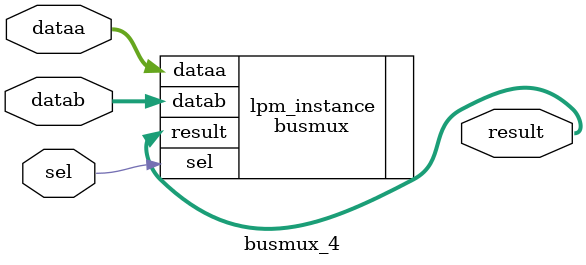
<source format=v>



module busmux_4(sel,dataa,datab,result);
input sel;
input [31:0] dataa;
input [31:0] datab;
output [31:0] result;

busmux	lpm_instance(.sel(sel),.dataa(dataa),.datab(datab),.result(result));
	defparam	lpm_instance.width = 32;

endmodule

</source>
